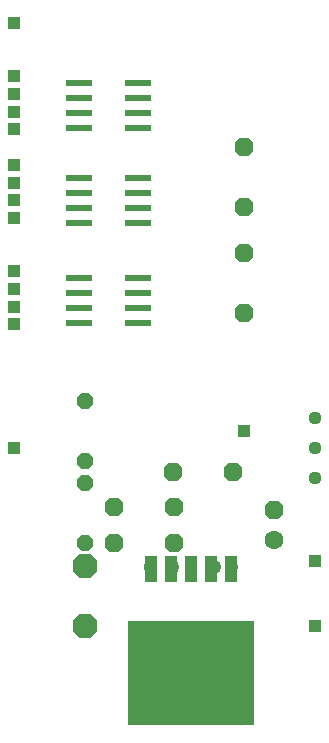
<source format=gtl>
G75*
%MOIN*%
%OFA0B0*%
%FSLAX24Y24*%
%IPPOS*%
%LPD*%
%AMOC8*
5,1,8,0,0,1.08239X$1,22.5*
%
%ADD10C,0.0440*%
%ADD11R,0.4200X0.3500*%
%ADD12R,0.0420X0.0900*%
%ADD13C,0.0630*%
%ADD14OC8,0.0630*%
%ADD15OC8,0.0520*%
%ADD16OC8,0.0825*%
%ADD17R,0.0900X0.0240*%
%ADD18R,0.0396X0.0396*%
%ADD19C,0.0436*%
D10*
X012620Y010635D03*
X012620Y011635D03*
X012620Y012635D03*
D11*
X008486Y004155D03*
D12*
X008486Y007605D03*
X009156Y007605D03*
X009826Y007605D03*
X007816Y007605D03*
X007146Y007605D03*
D13*
X011242Y008576D03*
D14*
X011242Y009576D03*
X009880Y010848D03*
X007880Y010848D03*
X007911Y009667D03*
X007911Y008486D03*
X005911Y008486D03*
X005911Y009667D03*
X010257Y016147D03*
X010257Y018147D03*
X010257Y019691D03*
X010257Y021691D03*
D15*
X004943Y013226D03*
X004943Y011226D03*
X004943Y010470D03*
X004943Y008470D03*
D16*
X004943Y005714D03*
X004943Y007714D03*
D17*
X004740Y015807D03*
X004740Y016307D03*
X004740Y016807D03*
X004740Y017307D03*
X004740Y019153D03*
X004740Y019653D03*
X004740Y020153D03*
X004740Y020653D03*
X004740Y022303D03*
X004740Y022803D03*
X004740Y023303D03*
X004740Y023803D03*
X006720Y023803D03*
X006720Y023303D03*
X006720Y022803D03*
X006720Y022303D03*
X006720Y020653D03*
X006720Y020153D03*
X006720Y019653D03*
X006720Y019153D03*
X006720Y017307D03*
X006720Y016807D03*
X006720Y016307D03*
X006720Y015807D03*
D18*
X010257Y012226D03*
X012620Y007895D03*
X012620Y005730D03*
X002580Y011635D03*
X002580Y015769D03*
X002580Y016360D03*
X002580Y016950D03*
X002580Y017541D03*
X002580Y019313D03*
X002580Y019903D03*
X002580Y020494D03*
X002580Y021084D03*
X002580Y022265D03*
X002580Y022856D03*
X002580Y023446D03*
X002580Y024037D03*
X002580Y025809D03*
D19*
X007108Y007698D03*
X007895Y007698D03*
X008486Y007698D03*
X009273Y007698D03*
X009864Y007698D03*
M02*

</source>
